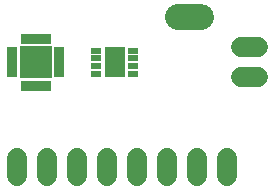
<source format=gbr>
G04 EAGLE Gerber X2 export*
%TF.Part,Single*%
%TF.FileFunction,Soldermask,Top,1*%
%TF.FilePolarity,Negative*%
%TF.GenerationSoftware,Autodesk,EAGLE,9.0.0*%
%TF.CreationDate,2018-05-02T08:01:06Z*%
G75*
%MOMM*%
%FSLAX34Y34*%
%LPD*%
%AMOC8*
5,1,8,0,0,1.08239X$1,22.5*%
G01*
%ADD10R,2.703200X2.703200*%
%ADD11R,0.953200X0.503200*%
%ADD12R,0.503200X0.953200*%
%ADD13R,1.753200X2.603200*%
%ADD14R,0.853200X0.553200*%
%ADD15C,1.703200*%
%ADD16C,2.184400*%
%ADD17C,1.727200*%


D10*
X66675Y114300D03*
D11*
X86675Y124300D03*
X86675Y119300D03*
X86675Y114300D03*
X86675Y109300D03*
X86675Y104300D03*
X46675Y104300D03*
X46675Y109300D03*
X46675Y114300D03*
X46675Y119300D03*
X46675Y124300D03*
D12*
X56675Y94300D03*
X61675Y94300D03*
X66675Y94300D03*
X71675Y94300D03*
X76675Y94300D03*
X76675Y134300D03*
X71675Y134300D03*
X66675Y134300D03*
X61675Y134300D03*
X56675Y134300D03*
D10*
X66675Y114300D03*
D13*
X133350Y114300D03*
D14*
X117850Y124050D03*
X117850Y117550D03*
X117850Y111050D03*
X117850Y104550D03*
X148850Y124050D03*
X148850Y117550D03*
X148850Y111050D03*
X148850Y104550D03*
D15*
X240150Y101600D02*
X255150Y101600D01*
X255150Y127000D02*
X240150Y127000D01*
D16*
X206756Y152400D02*
X186944Y152400D01*
D17*
X228600Y33020D02*
X228600Y17780D01*
X203200Y17780D02*
X203200Y33020D01*
X177800Y33020D02*
X177800Y17780D01*
X152400Y17780D02*
X152400Y33020D01*
X127000Y33020D02*
X127000Y17780D01*
X101600Y17780D02*
X101600Y33020D01*
X76200Y33020D02*
X76200Y17780D01*
X50800Y17780D02*
X50800Y33020D01*
M02*

</source>
